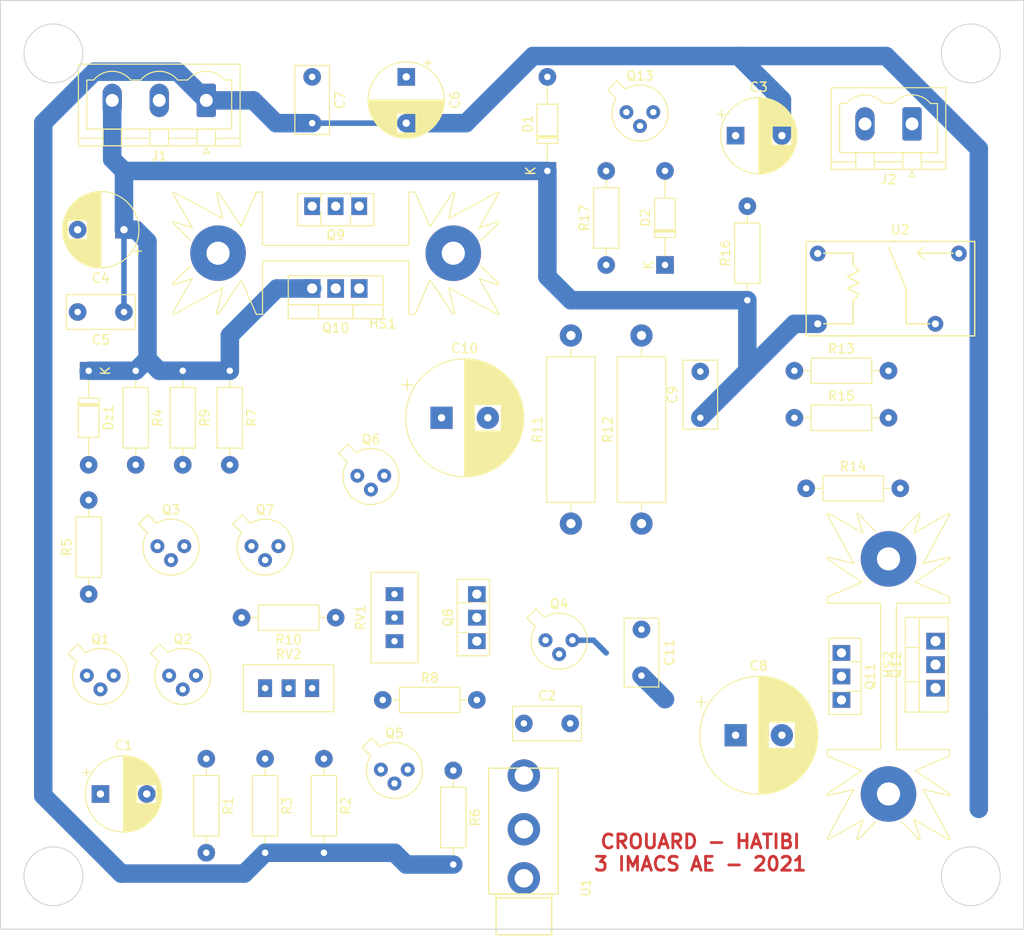
<source format=kicad_pcb>
(kicad_pcb (version 20171130) (host pcbnew "(5.1.9)-1")
  (title_block (title "Ampli Audio") (date 2021-03-17) (rev V0) (company "INSA GEI") (comment 1 "Auteurs : CROUARD - HATIBI"))
  (layers (0 F.Cu signal) (31 B.Cu signal) (34 B.Paste user) (35 F.Paste user) (36 B.SilkS user) (37 F.SilkS user) (38 B.Mask user) (39 F.Mask user) (44 Edge.Cuts user))
  (net 0 "")
  (net 1 "Net-(C1-Pad1)")
  (net 2 "Net-(C1-Pad2)")
  (net 3 "Net-(C2-Pad2)")
  (net 4 "Net-(C2-Pad1)")
  (net 5 -12V)
  (net 6 "Net-(C3-Pad1)")
  (net 7 +12V)
  (net 8 GND)
  (net 9 "Net-(D1-Pad2)")
  (net 10 "Net-(D2-Pad1)")
  (net 11 "Net-(Dz1-Pad2)")
  (net 12 "Net-(J2-Pad1)")
  (net 13 "Net-(Q1-Pad1)")
  (net 14 "Net-(Q2-Pad3)")
  (net 15 "Net-(Q2-Pad2)")
  (net 16 "Net-(Q3-Pad1)")
  (net 17 "Net-(Q4-Pad1)")
  (net 18 "Net-(Q5-Pad1)")
  (net 19 "Net-(Q6-Pad1)")
  (net 20 "Net-(Q6-Pad2)")
  (net 21 "Net-(Q6-Pad3)")
  (net 22 "Net-(Q7-Pad1)")
  (net 23 "Net-(Q8-Pad3)")
  (net 24 "Net-(Q10-Pad1)")
  (net 25 "Net-(Q10-Pad2)")
  (net 26 "Net-(Q11-Pad1)")
  (net 27 "Net-(Q11-Pad2)")
  (net 28 "Net-(R8-Pad2)")
  (net 29 "Net-(R10-Pad2)")
  (net 30 "Net-(R11-Pad2)")
  (net 31 "Net-(U1-PadTN)")
  (module CmpAmpliAudio:PhoenixContact_MSTBVA_2,5_2-G-5,08_1x02_P5.08mm_Vertical (layer F.Cu) (at 196.85 55.88 180)
    (fp_text reference J2 (at 2.54 -6) (layer F.SilkS))
    (fp_text value Conn_01x02)
    (pad 1 thru_hole roundrect (at 0 0 180) (size 2.08 3.6) (drill 1.4) (layers *.Cu *.Mask) (roundrect_rratio 0.120192) (net 12 "Net-(J2-Pad1)"))
    (pad 2 thru_hole oval (at 5.08 0 180) (size 2.08 3.6) (drill 1.4) (layers *.Cu *.Mask) (net 8 GND))
  )
  (module CmpAmpliAudio:CP_Radial_D8.0mm_P5.00mm (layer F.Cu) (at 109.22 128.27)
    (fp_text reference C1 (at 2.5 -5.25) (layer F.SilkS))
    (fp_text value 47µ)
    (pad 1 thru_hole rect (at 0 0) (size 1.9 1.9) (drill 0.8) (layers *.Cu *.Mask) (net 1 "Net-(C1-Pad1)"))
    (pad 2 thru_hole circle (at 5 0) (size 1.9 1.9) (drill 0.8) (layers *.Cu *.Mask) (net 2 "Net-(C1-Pad2)"))
  )
  (module CmpAmpliAudio:C_Rect_L7.2mm_W3.5mm_P5.00mm_FKS2_FKP2_MKS2_MKP2 (layer F.Cu) (at 154.94 120.65)
    (fp_text reference C2 (at 2.5 -3) (layer F.SilkS))
    (fp_text value C)
    (pad 2 thru_hole circle (at 5 0) (size 1.9 1.9) (drill 0.7) (layers *.Cu *.Mask) (net 3 "Net-(C2-Pad2)"))
    (pad 1 thru_hole circle (at 0 0) (size 1.9 1.9) (drill 0.7) (layers *.Cu *.Mask) (net 4 "Net-(C2-Pad1)"))
  )
  (module CmpAmpliAudio:CP_Radial_D8.0mm_P5.00mm (layer F.Cu) (at 177.8 57.15)
    (fp_text reference C3 (at 2.5 -5.25) (layer F.SilkS))
    (fp_text value 47µ)
    (pad 2 thru_hole circle (at 5 0) (size 1.9 1.9) (drill 0.8) (layers *.Cu *.Mask) (net 5 -12V))
    (pad 1 thru_hole rect (at 0 0) (size 1.9 1.9) (drill 0.8) (layers *.Cu *.Mask) (net 6 "Net-(C3-Pad1)"))
  )
  (module CmpAmpliAudio:CP_Radial_D8.0mm_P5.00mm (layer F.Cu) (at 111.76 67.31 180)
    (fp_text reference C4 (at 2.5 -5.25) (layer F.SilkS))
    (fp_text value 10µ)
    (pad 1 thru_hole rect (at 0 0 180) (size 1.9 1.9) (drill 0.8) (layers *.Cu *.Mask) (net 7 +12V))
    (pad 2 thru_hole circle (at 5 0 180) (size 1.9 1.9) (drill 0.8) (layers *.Cu *.Mask) (net 8 GND))
  )
  (module CmpAmpliAudio:C_Rect_L7.2mm_W3.5mm_P5.00mm_FKS2_FKP2_MKS2_MKP2 (layer F.Cu) (at 111.76 76.2 180)
    (fp_text reference C5 (at 2.5 -3) (layer F.SilkS))
    (fp_text value 100n)
    (pad 1 thru_hole circle (at 0 0 180) (size 1.9 1.9) (drill 0.7) (layers *.Cu *.Mask) (net 7 +12V))
    (pad 2 thru_hole circle (at 5 0 180) (size 1.9 1.9) (drill 0.7) (layers *.Cu *.Mask) (net 8 GND))
  )
  (module CmpAmpliAudio:CP_Radial_D8.0mm_P5.00mm (layer F.Cu) (at 142.24 50.8 270)
    (fp_text reference C6 (at 2.5 -5.25 90) (layer F.SilkS))
    (fp_text value 10µ)
    (pad 2 thru_hole circle (at 5 0 270) (size 1.9 1.9) (drill 0.8) (layers *.Cu *.Mask) (net 5 -12V))
    (pad 1 thru_hole rect (at 0 0 270) (size 1.9 1.9) (drill 0.8) (layers *.Cu *.Mask) (net 8 GND))
  )
  (module CmpAmpliAudio:C_Rect_L7.2mm_W3.5mm_P5.00mm_FKS2_FKP2_MKS2_MKP2 (layer F.Cu) (at 132.08 50.8 270)
    (fp_text reference C7 (at 2.5 -3 90) (layer F.SilkS))
    (fp_text value 100n)
    (pad 1 thru_hole circle (at 0 0 270) (size 1.9 1.9) (drill 0.7) (layers *.Cu *.Mask) (net 8 GND))
    (pad 2 thru_hole circle (at 5 0 270) (size 1.9 1.9) (drill 0.7) (layers *.Cu *.Mask) (net 5 -12V))
  )
  (module CmpAmpliAudio:CP_Radial_D12.5mm_P5.00mm (layer F.Cu) (at 177.8 121.92)
    (fp_text reference C8 (at 2.5 -7.5) (layer F.SilkS))
    (fp_text value 470µ)
    (pad 2 thru_hole circle (at 5 0) (size 2.4 2.4) (drill 0.8) (layers *.Cu *.Mask) (net 8 GND))
    (pad 1 thru_hole rect (at 0 0) (size 2.4 2.4) (drill 0.8) (layers *.Cu *.Mask) (net 7 +12V))
  )
  (module CmpAmpliAudio:C_Rect_L7.2mm_W3.5mm_P5.00mm_FKS2_FKP2_MKS2_MKP2 (layer F.Cu) (at 173.99 87.63 90)
    (fp_text reference C9 (at 2.5 -3 90) (layer F.SilkS))
    (fp_text value 100n)
    (pad 1 thru_hole circle (at 0 0 90) (size 1.9 1.9) (drill 0.7) (layers *.Cu *.Mask) (net 7 +12V))
    (pad 2 thru_hole circle (at 5 0 90) (size 1.9 1.9) (drill 0.7) (layers *.Cu *.Mask) (net 8 GND))
  )
  (module CmpAmpliAudio:CP_Radial_D12.5mm_P5.00mm (layer F.Cu) (at 146.05 87.63)
    (fp_text reference C10 (at 2.5 -7.5) (layer F.SilkS))
    (fp_text value 470µ)
    (pad 1 thru_hole rect (at 0 0) (size 2.4 2.4) (drill 0.8) (layers *.Cu *.Mask) (net 8 GND))
    (pad 2 thru_hole circle (at 5 0) (size 2.4 2.4) (drill 0.8) (layers *.Cu *.Mask) (net 5 -12V))
  )
  (module CmpAmpliAudio:C_Rect_L7.2mm_W3.5mm_P5.00mm_FKS2_FKP2_MKS2_MKP2 (layer F.Cu) (at 167.64 110.49 270)
    (fp_text reference C11 (at 2.5 -3 90) (layer F.SilkS))
    (fp_text value 100n)
    (pad 2 thru_hole circle (at 5 0 270) (size 1.9 1.9) (drill 0.7) (layers *.Cu *.Mask) (net 5 -12V))
    (pad 1 thru_hole circle (at 0 0 270) (size 1.9 1.9) (drill 0.7) (layers *.Cu *.Mask) (net 8 GND))
  )
  (module CmpAmpliAudio:D_DO-35_SOD27_P10.16mm_Horizontal (layer F.Cu) (at 157.48 60.96 90)
    (fp_text reference D1 (at 5.08 -2.12 90) (layer F.SilkS))
    (fp_text value 1N4148)
    (fp_text user K (at 0 -1.8 90) (layer F.SilkS))
    (pad 2 thru_hole oval (at 10.16 0 90) (size 1.9 1.9) (drill 0.7) (layers *.Cu *.Mask) (net 9 "Net-(D1-Pad2)"))
    (pad 1 thru_hole rect (at 0 0 90) (size 1.9 1.9) (drill 0.7) (layers *.Cu *.Mask) (net 7 +12V))
  )
  (module CmpAmpliAudio:D_DO-35_SOD27_P10.16mm_Horizontal (layer F.Cu) (at 170.18 71.12 90)
    (fp_text reference D2 (at 5.08 -2.12 90) (layer F.SilkS))
    (fp_text value 1N4148)
    (fp_text user K (at 0 -1.8 90) (layer F.SilkS))
    (pad 1 thru_hole rect (at 0 0 90) (size 1.9 1.9) (drill 0.7) (layers *.Cu *.Mask) (net 10 "Net-(D2-Pad1)"))
    (pad 2 thru_hole oval (at 10.16 0 90) (size 1.9 1.9) (drill 0.7) (layers *.Cu *.Mask) (net 6 "Net-(C3-Pad1)"))
  )
  (module CmpAmpliAudio:D_DO-35_SOD27_P10.16mm_Horizontal (layer F.Cu) (at 107.95 82.55 270)
    (fp_text reference Dz1 (at 5.08 -2.12 90) (layer F.SilkS))
    (fp_text value BZX55C5V1)
    (fp_text user K (at 0 -1.8 90) (layer F.SilkS))
    (pad 1 thru_hole rect (at 0 0 270) (size 1.9 1.9) (drill 0.7) (layers *.Cu *.Mask) (net 7 +12V))
    (pad 2 thru_hole oval (at 10.16 0 270) (size 1.9 1.9) (drill 0.7) (layers *.Cu *.Mask) (net 11 "Net-(Dz1-Pad2)"))
  )
  (module CmpAmpliAudio:Heatsink_Fischer_SK104-STC-STIC_35x13mm_2xDrill2.5mm (layer F.Cu) (at 134.62 69.85 180)
    (fp_text reference HS1 (at -5.08 -7.62) (layer F.SilkS))
    (fp_text value Heatsink)
    (pad 1 thru_hole circle (at 12.7 0 180) (size 6 6) (drill 2.5) (layers *.Cu *.Mask))
    (pad 1 thru_hole circle (at -12.7 0) (size 6 6) (drill 2.5) (layers *.Cu *.Mask))
  )
  (module CmpAmpliAudio:Heatsink_Fischer_SK104-STC-STIC_35x13mm_2xDrill2.5mm (layer F.Cu) (at 194.31 115.57 270)
    (fp_text reference HS2 (at -1.27 0 90) (layer F.SilkS))
    (fp_text value Heatsink)
    (pad 1 thru_hole circle (at -12.7 0 90) (size 6 6) (drill 2.5) (layers *.Cu *.Mask))
    (pad 1 thru_hole circle (at 12.7 0 270) (size 6 6) (drill 2.5) (layers *.Cu *.Mask))
  )
  (module CmpAmpliAudio:PhoenixContact_MSTBVA_2,5_3-G-5,08_1x03_P5.08mm_Vertical (layer F.Cu) (at 120.65 53.34 180)
    (fp_text reference J1 (at 5.08 -6) (layer F.SilkS))
    (fp_text value Conn_01x03)
    (pad 1 thru_hole roundrect (at 0 0 180) (size 2.08 3.6) (drill 1.4) (layers *.Cu *.Mask) (roundrect_rratio 0.120192) (net 5 -12V))
    (pad 2 thru_hole oval (at 5.08 0 180) (size 2.08 3.6) (drill 1.4) (layers *.Cu *.Mask) (net 8 GND))
    (pad 3 thru_hole oval (at 10.16 0 180) (size 2.08 3.6) (drill 1.4) (layers *.Cu *.Mask) (net 7 +12V))
  )
  (module CmpAmpliAudio:TO-18-3 (layer F.Cu) (at 107.95 115.57)
    (fp_text reference Q1 (at 1.27 -4.02) (layer F.SilkS))
    (fp_text value 2N2907)
    (pad 1 thru_hole circle (at -0.2 -0.1) (size 1.5 1.5) (drill 0.7) (layers *.Cu *.Mask) (net 13 "Net-(Q1-Pad1)"))
    (pad 2 thru_hole circle (at 1.27 1.4) (size 1.5 1.5) (drill 0.7) (layers *.Cu *.Mask) (net 1 "Net-(C1-Pad1)"))
    (pad 3 thru_hole circle (at 2.7 -0.1) (size 1.5 1.5) (drill 0.7) (layers *.Cu *.Mask) (net 3 "Net-(C2-Pad2)"))
  )
  (module CmpAmpliAudio:TO-18-3 (layer F.Cu) (at 116.84 115.57)
    (fp_text reference Q2 (at 1.27 -4.02) (layer F.SilkS))
    (fp_text value 2N2907)
    (pad 3 thru_hole circle (at 2.7 -0.1) (size 1.5 1.5) (drill 0.7) (layers *.Cu *.Mask) (net 14 "Net-(Q2-Pad3)"))
    (pad 2 thru_hole circle (at 1.27 1.4) (size 1.5 1.5) (drill 0.7) (layers *.Cu *.Mask) (net 15 "Net-(Q2-Pad2)"))
    (pad 1 thru_hole circle (at -0.2 -0.1) (size 1.5 1.5) (drill 0.7) (layers *.Cu *.Mask) (net 13 "Net-(Q1-Pad1)"))
  )
  (module CmpAmpliAudio:TO-18-3 (layer F.Cu) (at 115.57 101.6)
    (fp_text reference Q3 (at 1.27 -4.02) (layer F.SilkS))
    (fp_text value 2N2907)
    (pad 1 thru_hole circle (at -0.2 -0.1) (size 1.5 1.5) (drill 0.7) (layers *.Cu *.Mask) (net 16 "Net-(Q3-Pad1)"))
    (pad 2 thru_hole circle (at 1.27 1.4) (size 1.5 1.5) (drill 0.7) (layers *.Cu *.Mask) (net 11 "Net-(Dz1-Pad2)"))
    (pad 3 thru_hole circle (at 2.7 -0.1) (size 1.5 1.5) (drill 0.7) (layers *.Cu *.Mask) (net 13 "Net-(Q1-Pad1)"))
  )
  (module CmpAmpliAudio:TO-18-3 (layer F.Cu) (at 157.48 111.76)
    (fp_text reference Q4 (at 1.27 -4.02) (layer F.SilkS))
    (fp_text value 2N2222)
    (pad 3 thru_hole circle (at 2.7 -0.1) (size 1.5 1.5) (drill 0.7) (layers *.Cu *.Mask) (net 4 "Net-(C2-Pad1)"))
    (pad 2 thru_hole circle (at 1.27 1.4) (size 1.5 1.5) (drill 0.7) (layers *.Cu *.Mask) (net 3 "Net-(C2-Pad2)"))
    (pad 1 thru_hole circle (at -0.2 -0.1) (size 1.5 1.5) (drill 0.7) (layers *.Cu *.Mask) (net 17 "Net-(Q4-Pad1)"))
  )
  (module CmpAmpliAudio:TO-18-3 (layer F.Cu) (at 139.7 125.73)
    (fp_text reference Q5 (at 1.27 -4.02) (layer F.SilkS))
    (fp_text value 2N2222)
    (pad 1 thru_hole circle (at -0.2 -0.1) (size 1.5 1.5) (drill 0.7) (layers *.Cu *.Mask) (net 18 "Net-(Q5-Pad1)"))
    (pad 2 thru_hole circle (at 1.27 1.4) (size 1.5 1.5) (drill 0.7) (layers *.Cu *.Mask) (net 17 "Net-(Q4-Pad1)"))
    (pad 3 thru_hole circle (at 2.7 -0.1) (size 1.5 1.5) (drill 0.7) (layers *.Cu *.Mask) (net 4 "Net-(C2-Pad1)"))
  )
  (module CmpAmpliAudio:TO-18-3 (layer F.Cu) (at 137.16 93.98)
    (fp_text reference Q6 (at 1.27 -4.02) (layer F.SilkS))
    (fp_text value 2N2907)
    (pad 1 thru_hole circle (at -0.2 -0.1) (size 1.5 1.5) (drill 0.7) (layers *.Cu *.Mask) (net 19 "Net-(Q6-Pad1)"))
    (pad 2 thru_hole circle (at 1.27 1.4) (size 1.5 1.5) (drill 0.7) (layers *.Cu *.Mask) (net 20 "Net-(Q6-Pad2)"))
    (pad 3 thru_hole circle (at 2.7 -0.1) (size 1.5 1.5) (drill 0.7) (layers *.Cu *.Mask) (net 21 "Net-(Q6-Pad3)"))
  )
  (module CmpAmpliAudio:TO-18-3 (layer F.Cu) (at 125.73 101.6)
    (fp_text reference Q7 (at 1.27 -4.02) (layer F.SilkS))
    (fp_text value 2N2907)
    (pad 3 thru_hole circle (at 2.7 -0.1) (size 1.5 1.5) (drill 0.7) (layers *.Cu *.Mask) (net 20 "Net-(Q6-Pad2)"))
    (pad 2 thru_hole circle (at 1.27 1.4) (size 1.5 1.5) (drill 0.7) (layers *.Cu *.Mask) (net 20 "Net-(Q6-Pad2)"))
    (pad 1 thru_hole circle (at -0.2 -0.1) (size 1.5 1.5) (drill 0.7) (layers *.Cu *.Mask) (net 22 "Net-(Q7-Pad1)"))
  )
  (module CmpAmpliAudio:TO-126-3_Vertical (layer F.Cu) (at 149.86 111.76 90)
    (fp_text reference Q8 (at 2.54 -3.12 90) (layer F.SilkS))
    (fp_text value BD139)
    (pad 1 thru_hole rect (at 0 0 90) (size 1.7 1.9) (drill 1) (layers *.Cu *.Mask) (net 4 "Net-(C2-Pad1)"))
    (pad 2 thru_hole rect (at 2.54 0 90) (size 1.7 1.9) (drill 1) (layers *.Cu *.Mask) (net 21 "Net-(Q6-Pad3)"))
    (pad 3 thru_hole rect (at 5.08 0 90) (size 1.7 1.9) (drill 1) (layers *.Cu *.Mask) (net 23 "Net-(Q8-Pad3)"))
  )
  (module CmpAmpliAudio:TO-126-3_Vertical (layer F.Cu) (at 137.16 64.77 180)
    (fp_text reference Q9 (at 2.54 -3.12) (layer F.SilkS))
    (fp_text value BD139)
    (pad 3 thru_hole rect (at 5.08 0 180) (size 1.7 1.9) (drill 1) (layers *.Cu *.Mask) (net 21 "Net-(Q6-Pad3)"))
    (pad 2 thru_hole rect (at 2.54 0 180) (size 1.7 1.9) (drill 1) (layers *.Cu *.Mask) (net 24 "Net-(Q10-Pad1)"))
    (pad 1 thru_hole rect (at 0 0 180) (size 1.7 1.9) (drill 1) (layers *.Cu *.Mask) (net 25 "Net-(Q10-Pad2)"))
  )
  (module CmpAmpliAudio:TO-220-3_Vertical (layer F.Cu) (at 137.16 73.66 180)
    (fp_text reference Q10 (at 2.54 -4.27) (layer F.SilkS))
    (fp_text value TIP32)
    (pad 3 thru_hole rect (at 5.08 0 180) (size 1.8 2) (drill 1.1) (layers *.Cu *.Mask) (net 7 +12V))
    (pad 2 thru_hole rect (at 2.54 0 180) (size 1.8 2) (drill 1.1) (layers *.Cu *.Mask) (net 25 "Net-(Q10-Pad2)"))
    (pad 1 thru_hole rect (at 0 0 180) (size 1.8 2) (drill 1.1) (layers *.Cu *.Mask) (net 24 "Net-(Q10-Pad1)"))
  )
  (module CmpAmpliAudio:TO-126-3_Vertical (layer F.Cu) (at 189.23 113.03 270)
    (fp_text reference Q11 (at 2.54 -3.12 90) (layer F.SilkS))
    (fp_text value BD138)
    (pad 1 thru_hole rect (at 0 0 270) (size 1.7 1.9) (drill 1) (layers *.Cu *.Mask) (net 26 "Net-(Q11-Pad1)"))
    (pad 2 thru_hole rect (at 2.54 0 270) (size 1.7 1.9) (drill 1) (layers *.Cu *.Mask) (net 27 "Net-(Q11-Pad2)"))
    (pad 3 thru_hole rect (at 5.08 0 270) (size 1.7 1.9) (drill 1) (layers *.Cu *.Mask) (net 4 "Net-(C2-Pad1)"))
  )
  (module CmpAmpliAudio:TO-220-3_Vertical (layer F.Cu) (at 199.39 116.84 90)
    (fp_text reference Q12 (at 2.54 -4.27 90) (layer F.SilkS))
    (fp_text value TIP31)
    (pad 1 thru_hole rect (at 0 0 90) (size 1.8 2) (drill 1.1) (layers *.Cu *.Mask) (net 27 "Net-(Q11-Pad2)"))
    (pad 2 thru_hole rect (at 2.54 0 90) (size 1.8 2) (drill 1.1) (layers *.Cu *.Mask) (net 26 "Net-(Q11-Pad1)"))
    (pad 3 thru_hole rect (at 5.08 0 90) (size 1.8 2) (drill 1.1) (layers *.Cu *.Mask) (net 5 -12V))
  )
  (module CmpAmpliAudio:TO-18-3 (layer F.Cu) (at 166.21 54.71)
    (fp_text reference Q13 (at 1.27 -4.02) (layer F.SilkS))
    (fp_text value 2N2222)
    (pad 3 thru_hole circle (at 2.7 -0.1) (size 1.5 1.5) (drill 0.7) (layers *.Cu *.Mask) (net 9 "Net-(D1-Pad2)"))
    (pad 2 thru_hole circle (at 1.27 1.4) (size 1.5 1.5) (drill 0.7) (layers *.Cu *.Mask) (net 10 "Net-(D2-Pad1)"))
    (pad 1 thru_hole circle (at -0.2 -0.1) (size 1.5 1.5) (drill 0.7) (layers *.Cu *.Mask) (net 8 GND))
  )
  (module CmpAmpliAudio:R_Axial_DIN0207_L6.3mm_D2.5mm_P10.16mm_Horizontal (layer F.Cu) (at 120.65 124.46 270)
    (fp_text reference R1 (at 5.08 -2.37 90) (layer F.SilkS))
    (fp_text value R)
    (pad 2 thru_hole circle (at 10.16 0 270) (size 1.9 1.9) (drill 0.7) (layers *.Cu *.Mask) (net 8 GND))
    (pad 1 thru_hole circle (at 0 0 270) (size 1.9 1.9) (drill 0.7) (layers *.Cu *.Mask) (net 1 "Net-(C1-Pad1)"))
  )
  (module CmpAmpliAudio:R_Axial_DIN0207_L6.3mm_D2.5mm_P10.16mm_Horizontal (layer F.Cu) (at 133.35 124.46 270)
    (fp_text reference R2 (at 5.08 -2.37 90) (layer F.SilkS))
    (fp_text value R)
    (pad 1 thru_hole circle (at 0 0 270) (size 1.9 1.9) (drill 0.7) (layers *.Cu *.Mask) (net 3 "Net-(C2-Pad2)"))
    (pad 2 thru_hole circle (at 10.16 0 270) (size 1.9 1.9) (drill 0.7) (layers *.Cu *.Mask) (net 5 -12V))
  )
  (module CmpAmpliAudio:R_Axial_DIN0207_L6.3mm_D2.5mm_P10.16mm_Horizontal (layer F.Cu) (at 127 124.46 270)
    (fp_text reference R3 (at 5.08 -2.37 90) (layer F.SilkS))
    (fp_text value R)
    (pad 2 thru_hole circle (at 10.16 0 270) (size 1.9 1.9) (drill 0.7) (layers *.Cu *.Mask) (net 5 -12V))
    (pad 1 thru_hole circle (at 0 0 270) (size 1.9 1.9) (drill 0.7) (layers *.Cu *.Mask) (net 14 "Net-(Q2-Pad3)"))
  )
  (module CmpAmpliAudio:R_Axial_DIN0207_L6.3mm_D2.5mm_P10.16mm_Horizontal (layer F.Cu) (at 113.03 82.55 270)
    (fp_text reference R4 (at 5.08 -2.37 90) (layer F.SilkS))
    (fp_text value R)
    (pad 1 thru_hole circle (at 0 0 270) (size 1.9 1.9) (drill 0.7) (layers *.Cu *.Mask) (net 7 +12V))
    (pad 2 thru_hole circle (at 10.16 0 270) (size 1.9 1.9) (drill 0.7) (layers *.Cu *.Mask) (net 16 "Net-(Q3-Pad1)"))
  )
  (module CmpAmpliAudio:R_Axial_DIN0207_L6.3mm_D2.5mm_P10.16mm_Horizontal (layer F.Cu) (at 107.95 106.68 90)
    (fp_text reference R5 (at 5.08 -2.37 90) (layer F.SilkS))
    (fp_text value R)
    (pad 1 thru_hole circle (at 0 0 90) (size 1.9 1.9) (drill 0.7) (layers *.Cu *.Mask) (net 11 "Net-(Dz1-Pad2)"))
    (pad 2 thru_hole circle (at 10.16 0 90) (size 1.9 1.9) (drill 0.7) (layers *.Cu *.Mask) (net 8 GND))
  )
  (module CmpAmpliAudio:R_Axial_DIN0207_L6.3mm_D2.5mm_P10.16mm_Horizontal (layer F.Cu) (at 147.32 125.73 270)
    (fp_text reference R6 (at 5.08 -2.37 90) (layer F.SilkS))
    (fp_text value R)
    (pad 2 thru_hole circle (at 10.16 0 270) (size 1.9 1.9) (drill 0.7) (layers *.Cu *.Mask) (net 5 -12V))
    (pad 1 thru_hole circle (at 0 0 270) (size 1.9 1.9) (drill 0.7) (layers *.Cu *.Mask) (net 18 "Net-(Q5-Pad1)"))
  )
  (module CmpAmpliAudio:R_Axial_DIN0207_L6.3mm_D2.5mm_P10.16mm_Horizontal (layer F.Cu) (at 123.19 82.55 270)
    (fp_text reference R7 (at 5.08 -2.37 90) (layer F.SilkS))
    (fp_text value R)
    (pad 2 thru_hole circle (at 10.16 0 270) (size 1.9 1.9) (drill 0.7) (layers *.Cu *.Mask) (net 19 "Net-(Q6-Pad1)"))
    (pad 1 thru_hole circle (at 0 0 270) (size 1.9 1.9) (drill 0.7) (layers *.Cu *.Mask) (net 7 +12V))
  )
  (module CmpAmpliAudio:R_Axial_DIN0207_L6.3mm_D2.5mm_P10.16mm_Horizontal (layer F.Cu) (at 139.7 118.11)
    (fp_text reference R8 (at 5.08 -2.37) (layer F.SilkS))
    (fp_text value R)
    (pad 1 thru_hole circle (at 0 0) (size 1.9 1.9) (drill 0.7) (layers *.Cu *.Mask) (net 4 "Net-(C2-Pad1)"))
    (pad 2 thru_hole circle (at 10.16 0) (size 1.9 1.9) (drill 0.7) (layers *.Cu *.Mask) (net 28 "Net-(R8-Pad2)"))
  )
  (module CmpAmpliAudio:R_Axial_DIN0207_L6.3mm_D2.5mm_P10.16mm_Horizontal (layer F.Cu) (at 118.11 82.55 270)
    (fp_text reference R9 (at 5.08 -2.37 90) (layer F.SilkS))
    (fp_text value R)
    (pad 1 thru_hole circle (at 0 0 270) (size 1.9 1.9) (drill 0.7) (layers *.Cu *.Mask) (net 7 +12V))
    (pad 2 thru_hole circle (at 10.16 0 270) (size 1.9 1.9) (drill 0.7) (layers *.Cu *.Mask) (net 22 "Net-(Q7-Pad1)"))
  )
  (module CmpAmpliAudio:R_Axial_DIN0207_L6.3mm_D2.5mm_P10.16mm_Horizontal (layer F.Cu) (at 134.62 109.22 180)
    (fp_text reference R10 (at 5.08 -2.37) (layer F.SilkS))
    (fp_text value R)
    (pad 1 thru_hole circle (at 0 0 180) (size 1.9 1.9) (drill 0.7) (layers *.Cu *.Mask) (net 20 "Net-(Q6-Pad2)"))
    (pad 2 thru_hole circle (at 10.16 0 180) (size 1.9 1.9) (drill 0.7) (layers *.Cu *.Mask) (net 29 "Net-(R10-Pad2)"))
  )
  (module CmpAmpliAudio:R_Axial_DIN0516_L15.5mm_D5.0mm_P20.32mm_Horizontal (layer F.Cu) (at 160.02 99.06 90)
    (fp_text reference R11 (at 10.16 -3.62 90) (layer F.SilkS))
    (fp_text value R)
    (pad 2 thru_hole oval (at 20.32 0 90) (size 2.4 2.4) (drill 1) (layers *.Cu *.Mask) (net 30 "Net-(R11-Pad2)"))
    (pad 1 thru_hole circle (at 0 0 90) (size 2.4 2.4) (drill 1) (layers *.Cu *.Mask) (net 25 "Net-(Q10-Pad2)"))
  )
  (module CmpAmpliAudio:R_Axial_DIN0516_L15.5mm_D5.0mm_P20.32mm_Horizontal (layer F.Cu) (at 167.64 99.06 90)
    (fp_text reference R12 (at 10.16 -3.62 90) (layer F.SilkS))
    (fp_text value R)
    (pad 1 thru_hole circle (at 0 0 90) (size 2.4 2.4) (drill 1) (layers *.Cu *.Mask) (net 30 "Net-(R11-Pad2)"))
    (pad 2 thru_hole oval (at 20.32 0 90) (size 2.4 2.4) (drill 1) (layers *.Cu *.Mask) (net 26 "Net-(Q11-Pad1)"))
  )
  (module CmpAmpliAudio:R_Axial_DIN0207_L6.3mm_D2.5mm_P10.16mm_Horizontal (layer F.Cu) (at 184.15 82.55)
    (fp_text reference R13 (at 5.08 -2.37) (layer F.SilkS))
    (fp_text value R)
    (pad 1 thru_hole circle (at 0 0) (size 1.9 1.9) (drill 0.7) (layers *.Cu *.Mask) (net 30 "Net-(R11-Pad2)"))
    (pad 2 thru_hole circle (at 10.16 0) (size 1.9 1.9) (drill 0.7) (layers *.Cu *.Mask) (net 8 GND))
  )
  (module CmpAmpliAudio:R_Axial_DIN0207_L6.3mm_D2.5mm_P10.16mm_Horizontal (layer F.Cu) (at 185.42 95.25)
    (fp_text reference R14 (at 5.08 -2.37) (layer F.SilkS))
    (fp_text value R)
    (pad 2 thru_hole circle (at 10.16 0) (size 1.9 1.9) (drill 0.7) (layers *.Cu *.Mask) (net 15 "Net-(Q2-Pad2)"))
    (pad 1 thru_hole circle (at 0 0) (size 1.9 1.9) (drill 0.7) (layers *.Cu *.Mask) (net 30 "Net-(R11-Pad2)"))
  )
  (module CmpAmpliAudio:R_Axial_DIN0207_L6.3mm_D2.5mm_P10.16mm_Horizontal (layer F.Cu) (at 184.15 87.63)
    (fp_text reference R15 (at 5.08 -2.37) (layer F.SilkS))
    (fp_text value R)
    (pad 1 thru_hole circle (at 0 0) (size 1.9 1.9) (drill 0.7) (layers *.Cu *.Mask) (net 15 "Net-(Q2-Pad2)"))
    (pad 2 thru_hole circle (at 10.16 0) (size 1.9 1.9) (drill 0.7) (layers *.Cu *.Mask) (net 8 GND))
  )
  (module CmpAmpliAudio:R_Axial_DIN0207_L6.3mm_D2.5mm_P10.16mm_Horizontal (layer F.Cu) (at 179.07 74.93 90)
    (fp_text reference R16 (at 5.08 -2.37 90) (layer F.SilkS))
    (fp_text value R)
    (pad 2 thru_hole circle (at 10.16 0 90) (size 1.9 1.9) (drill 0.7) (layers *.Cu *.Mask) (net 6 "Net-(C3-Pad1)"))
    (pad 1 thru_hole circle (at 0 0 90) (size 1.9 1.9) (drill 0.7) (layers *.Cu *.Mask) (net 7 +12V))
  )
  (module CmpAmpliAudio:R_Axial_DIN0207_L6.3mm_D2.5mm_P10.16mm_Horizontal (layer F.Cu) (at 163.83 71.12 90)
    (fp_text reference R17 (at 5.08 -2.37 90) (layer F.SilkS))
    (fp_text value R)
    (pad 2 thru_hole circle (at 10.16 0 90) (size 1.9 1.9) (drill 0.7) (layers *.Cu *.Mask) (net 8 GND))
    (pad 1 thru_hole circle (at 0 0 90) (size 1.9 1.9) (drill 0.7) (layers *.Cu *.Mask) (net 10 "Net-(D2-Pad1)"))
  )
  (module CmpAmpliAudio:Potentiometer_Bourns_3296W_Vertical (layer F.Cu) (at 140.97 106.68 90)
    (fp_text reference RV1 (at -2.54 -3.66 90) (layer F.SilkS))
    (fp_text value R_POT)
    (pad 3 thru_hole rect (at -5.08 0 90) (size 1.5 1.9) (drill 0.7) (layers *.Cu *.Mask) (net 28 "Net-(R8-Pad2)"))
    (pad 2 thru_hole rect (at -2.54 0 90) (size 1.5 1.9) (drill 0.7) (layers *.Cu *.Mask) (net 23 "Net-(Q8-Pad3)"))
    (pad 1 thru_hole rect (at 0 0 90) (size 1.5 1.9) (drill 0.7) (layers *.Cu *.Mask) (net 21 "Net-(Q6-Pad3)"))
  )
  (module CmpAmpliAudio:Potentiometer_Bourns_3296W_Vertical (layer F.Cu) (at 132.08 116.84)
    (fp_text reference RV2 (at -2.54 -3.66) (layer F.SilkS))
    (fp_text value R_POT)
    (pad 1 thru_hole rect (at 0 0) (size 1.5 1.9) (drill 0.7) (layers *.Cu *.Mask) (net 29 "Net-(R10-Pad2)"))
    (pad 2 thru_hole rect (at -2.54 0) (size 1.5 1.9) (drill 0.7) (layers *.Cu *.Mask) (net 29 "Net-(R10-Pad2)"))
    (pad 3 thru_hole rect (at -5.08 0) (size 1.5 1.9) (drill 0.7) (layers *.Cu *.Mask) (net 8 GND))
  )
  (module CmpAmpliAudio:Jack_35RAPC2AV (layer F.Cu) (at 154.94 139.48 90)
    (fp_text reference U1 (at 1.1 6.7 90) (layer F.SilkS))
    (fp_text value Jack_Mono)
    (pad TN thru_hole circle (at 13.2 0 90) (size 3.5 3.5) (drill 2) (layers *.Cu *.Mask) (net 31 "Net-(U1-PadTN)"))
    (pad G thru_hole circle (at 2.1 0 90) (size 3.5 3.5) (drill 2) (layers *.Cu *.Mask) (net 8 GND))
    (pad T thru_hole circle (at 7.4 0 90) (size 3.5 3.5) (drill 2) (layers *.Cu *.Mask) (net 2 "Net-(C1-Pad2)"))
  )
  (module Routage_Ampli:Relay_CT (layer F.Cu) (at 194.31 67.31)
    (fp_text reference U2 (at 1.27 0) (layer F.SilkS))
    (fp_text value Relay_1CT)
    (pad c2 thru_hole circle (at 5.06 10.17 90) (size 1.7 1.7) (drill 0.762) (layers *.Cu *.Mask) (net 12 "Net-(J2-Pad1)"))
    (pad c1 thru_hole circle (at 7.6 2.57) (size 1.7 1.7) (drill 0.762) (layers *.Cu *.Mask) (net 30 "Net-(R11-Pad2)"))
    (pad b2 thru_hole circle (at -7.64 10.17) (size 1.7 1.7) (drill 0.762) (layers *.Cu *.Mask) (net 7 +12V))
    (pad b1 thru_hole circle (at -7.64 2.57) (size 1.7 1.7) (drill 0.762) (layers *.Cu *.Mask) (net 9 "Net-(D1-Pad2)"))
  )
  (gr_text "CROUARD - HATIBI\n3 IMACS AE - 2021" (at 173.99 134.62) (layer F.Cu) (effects (font (size 1.5 1.5) (thickness 0.3))))
  (gr_circle (center 203.2 48.26) (end 203.2 51.435) (layer Edge.Cuts) (width 0.1))
  (gr_circle (center 203.2 137.16) (end 203.2 140.335) (layer Edge.Cuts) (width 0.1))
  (gr_circle (center 104.14 137.16) (end 104.14 140.335) (layer Edge.Cuts) (width 0.1))
  (gr_circle (center 104.14 48.26) (end 107.315 48.26) (layer Edge.Cuts) (width 0.1))
  (gr_line (start 208.915 42.545) (end 98.425 42.545) (layer Edge.Cuts) (width 0.1))
  (gr_line (start 208.915 142.875) (end 208.915 42.545) (layer Edge.Cuts) (width 0.1))
  (gr_line (start 98.425 142.875) (end 208.915 142.875) (layer Edge.Cuts) (width 0.1))
  (gr_line (start 98.425 42.545) (end 98.425 142.875) (layer Edge.Cuts) (width 0.1))
  (segment (start 162.46 111.66) (end 160.18 111.66) (width 0.6) (layer B.Cu) (net 4))
  (segment (start 163.83 113.03) (end 162.46 111.66) (width 0.6) (layer B.Cu) (net 4))
  (segment (start 132.08 55.8) (end 142.24 55.8) (width 0.6) (layer B.Cu) (net 5))
  (segment (start 127 134.62) (end 133.35 134.62) (width 2) (layer B.Cu) (net 5))
  (segment (start 133.35 134.62) (end 140.97 134.62) (width 2) (layer B.Cu) (net 5))
  (segment (start 142.24 135.89) (end 147.32 135.89) (width 2) (layer B.Cu) (net 5))
  (segment (start 140.97 134.62) (end 142.24 135.89) (width 2) (layer B.Cu) (net 5))
  (segment (start 103.047023 55.758874) (end 103.047023 128.447023) (width 2) (layer B.Cu) (net 5))
  (segment (start 108.565907 50.23999) (end 103.047023 55.758874) (width 2) (layer B.Cu) (net 5))
  (segment (start 117.54999 50.23999) (end 108.565907 50.23999) (width 2) (layer B.Cu) (net 5))
  (segment (start 120.65 53.34) (end 117.54999 50.23999) (width 2) (layer B.Cu) (net 5))
  (segment (start 124.749999 136.870001) (end 127 134.62) (width 2) (layer B.Cu) (net 5))
  (segment (start 111.470001 136.870001) (end 124.749999 136.870001) (width 2) (layer B.Cu) (net 5))
  (segment (start 103.047023 128.447023) (end 111.470001 136.870001) (width 2) (layer B.Cu) (net 5))
  (segment (start 182.8 53.26) (end 182.8 57.15) (width 2) (layer B.Cu) (net 5))
  (segment (start 178.089999 48.549999) (end 182.8 53.26) (width 2) (layer B.Cu) (net 5))
  (segment (start 194.052047 48.549999) (end 204.060001 58.557953) (width 2) (layer B.Cu) (net 5))
  (segment (start 178.089999 48.549999) (end 194.052047 48.549999) (width 2) (layer B.Cu) (net 5))
  (segment (start 170.18 118.03) (end 167.64 115.49) (width 2) (layer B.Cu) (net 5))
  (segment (start 128.19 55.8) (end 132.08 55.8) (width 2) (layer B.Cu) (net 5))
  (segment (start 125.73 53.34) (end 128.19 55.8) (width 2) (layer B.Cu) (net 5))
  (segment (start 120.65 53.34) (end 125.73 53.34) (width 2) (layer B.Cu) (net 5))
  (segment (start 155.920001 48.549999) (end 178.089999 48.549999) (width 2) (layer B.Cu) (net 5))
  (segment (start 148.67 55.8) (end 155.920001 48.549999) (width 2) (layer B.Cu) (net 5))
  (segment (start 142.24 55.8) (end 148.67 55.8) (width 2) (layer B.Cu) (net 5))
  (segment (start 204.060001 119.789999) (end 204.060001 129.88064) (width 2) (layer B.Cu) (net 5))
  (segment (start 204.060001 58.557953) (end 204.060001 119.789999) (width 2) (layer B.Cu) (net 5))
  (segment (start 111.76 67.31) (end 111.76 76.2) (width 0.6) (layer B.Cu) (net 7))
  (segment (start 110.49 53.34) (end 110.49 59.69) (width 2) (layer B.Cu) (net 7))
  (segment (start 111.76 60.96) (end 111.76 67.31) (width 2) (layer B.Cu) (net 7))
  (segment (start 110.49 59.69) (end 111.76 60.96) (width 2) (layer B.Cu) (net 7))
  (segment (start 179.07 82.55) (end 179.07 74.93) (width 2) (layer B.Cu) (net 7))
  (segment (start 173.99 87.63) (end 179.07 82.55) (width 2) (layer B.Cu) (net 7))
  (segment (start 184.14 77.48) (end 179.07 82.55) (width 2) (layer B.Cu) (net 7))
  (segment (start 186.67 77.48) (end 184.14 77.48) (width 2) (layer B.Cu) (net 7))
  (segment (start 111.76 67.31) (end 113.03 67.31) (width 2) (layer B.Cu) (net 7))
  (segment (start 113.03 67.31) (end 114.3 68.58) (width 2) (layer B.Cu) (net 7))
  (segment (start 114.3 81.28) (end 113.03 82.55) (width 2) (layer B.Cu) (net 7))
  (segment (start 114.3 68.58) (end 114.3 81.28) (width 2) (layer B.Cu) (net 7))
  (segment (start 115.57 82.55) (end 114.3 81.28) (width 2) (layer B.Cu) (net 7))
  (segment (start 118.11 82.55) (end 115.57 82.55) (width 2) (layer B.Cu) (net 7))
  (segment (start 118.11 82.55) (end 123.19 82.55) (width 2) (layer B.Cu) (net 7))
  (segment (start 107.95 82.55) (end 113.03 82.55) (width 2) (layer B.Cu) (net 7))
  (segment (start 132.08 73.66) (end 128.27 73.66) (width 2) (layer B.Cu) (net 7))
  (segment (start 123.19 78.74) (end 123.19 82.55) (width 2) (layer B.Cu) (net 7))
  (segment (start 128.27 73.66) (end 123.19 78.74) (width 2) (layer B.Cu) (net 7))
  (segment (start 179.07 74.93) (end 160.02 74.93) (width 2) (layer B.Cu) (net 7))
  (segment (start 157.48 72.39) (end 157.48 60.96) (width 2) (layer B.Cu) (net 7))
  (segment (start 160.02 74.93) (end 157.48 72.39) (width 2) (layer B.Cu) (net 7))
  (segment (start 157.48 60.96) (end 111.76 60.96) (width 2) (layer B.Cu) (net 7))
)
</source>
